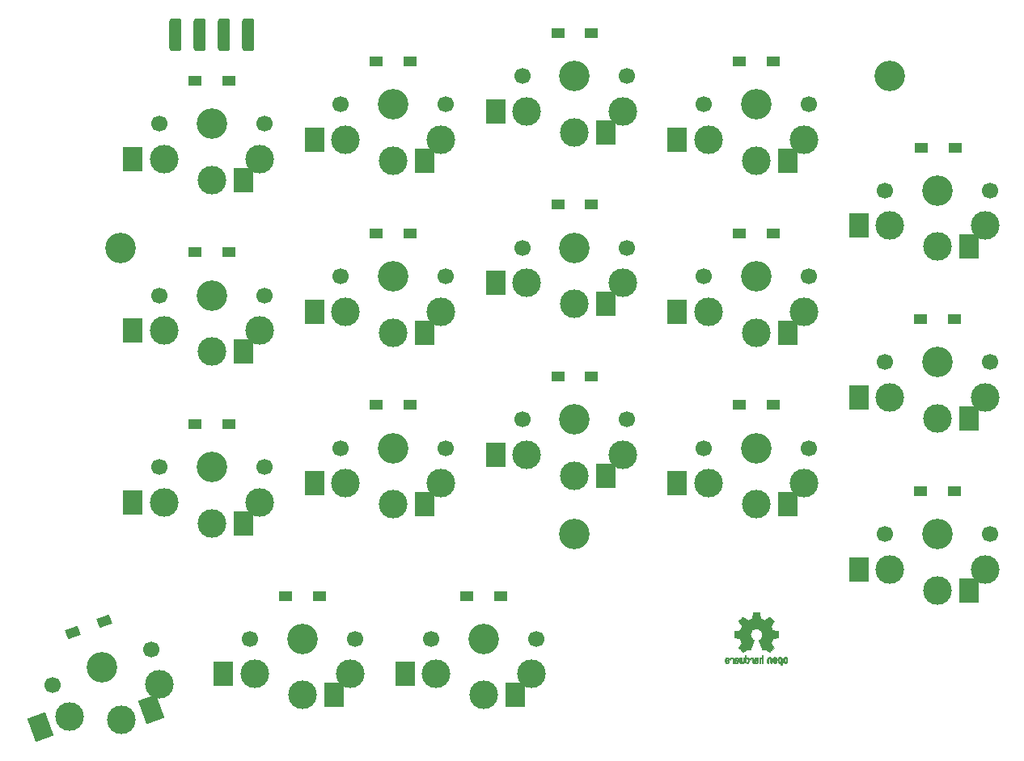
<source format=gbs>
%TF.GenerationSoftware,KiCad,Pcbnew,(7.0.0-0)*%
%TF.CreationDate,2023-03-09T15:59:00+08:00*%
%TF.ProjectId,Input,496e7075-742e-46b6-9963-61645f706362,1*%
%TF.SameCoordinates,PX7bfa480PY6052340*%
%TF.FileFunction,Soldermask,Bot*%
%TF.FilePolarity,Negative*%
%FSLAX46Y46*%
G04 Gerber Fmt 4.6, Leading zero omitted, Abs format (unit mm)*
G04 Created by KiCad (PCBNEW (7.0.0-0)) date 2023-03-09 15:59:00*
%MOMM*%
%LPD*%
G01*
G04 APERTURE LIST*
G04 Aperture macros list*
%AMRoundRect*
0 Rectangle with rounded corners*
0 $1 Rounding radius*
0 $2 $3 $4 $5 $6 $7 $8 $9 X,Y pos of 4 corners*
0 Add a 4 corners polygon primitive as box body*
4,1,4,$2,$3,$4,$5,$6,$7,$8,$9,$2,$3,0*
0 Add four circle primitives for the rounded corners*
1,1,$1+$1,$2,$3*
1,1,$1+$1,$4,$5*
1,1,$1+$1,$6,$7*
1,1,$1+$1,$8,$9*
0 Add four rect primitives between the rounded corners*
20,1,$1+$1,$2,$3,$4,$5,0*
20,1,$1+$1,$4,$5,$6,$7,0*
20,1,$1+$1,$6,$7,$8,$9,0*
20,1,$1+$1,$8,$9,$2,$3,0*%
%AMRotRect*
0 Rectangle, with rotation*
0 The origin of the aperture is its center*
0 $1 length*
0 $2 width*
0 $3 Rotation angle, in degrees counterclockwise*
0 Add horizontal line*
21,1,$1,$2,0,0,$3*%
G04 Aperture macros list end*
%ADD10C,0.010000*%
%ADD11C,3.000000*%
%ADD12C,3.200000*%
%ADD13RoundRect,0.317500X0.317500X1.397000X-0.317500X1.397000X-0.317500X-1.397000X0.317500X-1.397000X0*%
%ADD14C,1.700000*%
%ADD15R,2.000000X2.600000*%
%ADD16R,1.400000X1.000000*%
%ADD17RotRect,2.000000X2.600000X20.000000*%
%ADD18RotRect,1.400000X1.000000X200.000000*%
G04 APERTURE END LIST*
%TO.C,REF\u002A\u002A*%
G36*
X54482829Y-37951097D02*
G01*
X54542753Y-37973355D01*
X54567673Y-37990080D01*
X54592910Y-38014043D01*
X54610912Y-38044526D01*
X54622858Y-38086023D01*
X54629930Y-38143032D01*
X54633308Y-38220047D01*
X54634171Y-38321565D01*
X54634002Y-38374027D01*
X54633153Y-38445715D01*
X54631711Y-38502925D01*
X54629814Y-38540809D01*
X54627597Y-38554514D01*
X54613172Y-38549981D01*
X54584054Y-38537670D01*
X54583181Y-38537272D01*
X54568060Y-38529356D01*
X54557891Y-38518495D01*
X54551691Y-38499471D01*
X54548478Y-38467069D01*
X54547270Y-38416071D01*
X54547086Y-38341261D01*
X54546714Y-38293804D01*
X54542750Y-38204615D01*
X54533673Y-38139287D01*
X54518524Y-38094393D01*
X54496345Y-38066507D01*
X54466175Y-38052203D01*
X54461990Y-38051206D01*
X54405480Y-38050427D01*
X54361410Y-38075744D01*
X54330972Y-38126502D01*
X54325544Y-38141175D01*
X54313171Y-38173649D01*
X54306905Y-38188572D01*
X54294036Y-38186516D01*
X54265933Y-38175357D01*
X54239721Y-38156927D01*
X54227771Y-38122098D01*
X54231336Y-38097151D01*
X54253235Y-38046547D01*
X54288644Y-37999128D01*
X54330052Y-37966334D01*
X54347400Y-37958752D01*
X54413089Y-37946076D01*
X54482829Y-37951097D01*
G37*
D10*
X54482829Y-37951097D02*
X54542753Y-37973355D01*
X54567673Y-37990080D01*
X54592910Y-38014043D01*
X54610912Y-38044526D01*
X54622858Y-38086023D01*
X54629930Y-38143032D01*
X54633308Y-38220047D01*
X54634171Y-38321565D01*
X54634002Y-38374027D01*
X54633153Y-38445715D01*
X54631711Y-38502925D01*
X54629814Y-38540809D01*
X54627597Y-38554514D01*
X54613172Y-38549981D01*
X54584054Y-38537670D01*
X54583181Y-38537272D01*
X54568060Y-38529356D01*
X54557891Y-38518495D01*
X54551691Y-38499471D01*
X54548478Y-38467069D01*
X54547270Y-38416071D01*
X54547086Y-38341261D01*
X54546714Y-38293804D01*
X54542750Y-38204615D01*
X54533673Y-38139287D01*
X54518524Y-38094393D01*
X54496345Y-38066507D01*
X54466175Y-38052203D01*
X54461990Y-38051206D01*
X54405480Y-38050427D01*
X54361410Y-38075744D01*
X54330972Y-38126502D01*
X54325544Y-38141175D01*
X54313171Y-38173649D01*
X54306905Y-38188572D01*
X54294036Y-38186516D01*
X54265933Y-38175357D01*
X54239721Y-38156927D01*
X54227771Y-38122098D01*
X54231336Y-38097151D01*
X54253235Y-38046547D01*
X54288644Y-37999128D01*
X54330052Y-37966334D01*
X54347400Y-37958752D01*
X54413089Y-37946076D01*
X54482829Y-37951097D01*
G36*
X58431020Y-37917822D02*
G01*
X58498810Y-37949680D01*
X58554366Y-38004770D01*
X58565881Y-38022016D01*
X58575432Y-38041562D01*
X58582206Y-38066198D01*
X58586819Y-38100711D01*
X58589888Y-38149889D01*
X58592029Y-38218519D01*
X58593859Y-38311389D01*
X58598404Y-38569007D01*
X58560225Y-38554491D01*
X58525268Y-38541156D01*
X58499097Y-38528323D01*
X58482013Y-38511780D01*
X58472086Y-38486465D01*
X58467386Y-38447316D01*
X58465982Y-38389268D01*
X58465943Y-38307261D01*
X58465744Y-38241895D01*
X58464559Y-38179173D01*
X58461729Y-38136334D01*
X58456609Y-38108220D01*
X58448553Y-38089675D01*
X58436914Y-38075543D01*
X58408303Y-38055600D01*
X58360239Y-38048083D01*
X58312688Y-38067079D01*
X58309550Y-38069511D01*
X58299769Y-38080748D01*
X58292553Y-38098770D01*
X58287299Y-38128026D01*
X58283402Y-38172962D01*
X58280256Y-38238028D01*
X58277257Y-38327670D01*
X58270000Y-38567697D01*
X58208314Y-38540044D01*
X58146629Y-38512391D01*
X58146629Y-38293246D01*
X58146884Y-38233711D01*
X58149086Y-38150892D01*
X58154661Y-38089227D01*
X58164941Y-38043748D01*
X58181258Y-38009484D01*
X58204943Y-37981466D01*
X58237328Y-37954723D01*
X58283907Y-37927780D01*
X58357287Y-37910191D01*
X58431020Y-37917822D01*
G37*
X58431020Y-37917822D02*
X58498810Y-37949680D01*
X58554366Y-38004770D01*
X58565881Y-38022016D01*
X58575432Y-38041562D01*
X58582206Y-38066198D01*
X58586819Y-38100711D01*
X58589888Y-38149889D01*
X58592029Y-38218519D01*
X58593859Y-38311389D01*
X58598404Y-38569007D01*
X58560225Y-38554491D01*
X58525268Y-38541156D01*
X58499097Y-38528323D01*
X58482013Y-38511780D01*
X58472086Y-38486465D01*
X58467386Y-38447316D01*
X58465982Y-38389268D01*
X58465943Y-38307261D01*
X58465744Y-38241895D01*
X58464559Y-38179173D01*
X58461729Y-38136334D01*
X58456609Y-38108220D01*
X58448553Y-38089675D01*
X58436914Y-38075543D01*
X58408303Y-38055600D01*
X58360239Y-38048083D01*
X58312688Y-38067079D01*
X58309550Y-38069511D01*
X58299769Y-38080748D01*
X58292553Y-38098770D01*
X58287299Y-38128026D01*
X58283402Y-38172962D01*
X58280256Y-38238028D01*
X58277257Y-38327670D01*
X58270000Y-38567697D01*
X58208314Y-38540044D01*
X58146629Y-38512391D01*
X58146629Y-38293246D01*
X58146884Y-38233711D01*
X58149086Y-38150892D01*
X58154661Y-38089227D01*
X58164941Y-38043748D01*
X58181258Y-38009484D01*
X58204943Y-37981466D01*
X58237328Y-37954723D01*
X58283907Y-37927780D01*
X58357287Y-37910191D01*
X58431020Y-37917822D01*
G36*
X56607691Y-37966467D02*
G01*
X56612273Y-37969003D01*
X56649704Y-37998057D01*
X56683170Y-38035410D01*
X56689007Y-38043852D01*
X56700165Y-38063553D01*
X56708136Y-38086935D01*
X56713618Y-38119067D01*
X56717307Y-38165019D01*
X56719899Y-38229859D01*
X56722092Y-38318657D01*
X56722402Y-38333669D01*
X56723400Y-38430999D01*
X56721994Y-38499934D01*
X56718164Y-38540948D01*
X56711889Y-38554514D01*
X56692898Y-38550452D01*
X56660638Y-38538144D01*
X56653041Y-38534545D01*
X56641176Y-38526398D01*
X56632994Y-38513004D01*
X56627643Y-38489608D01*
X56624269Y-38451455D01*
X56622019Y-38393790D01*
X56620040Y-38311857D01*
X56619498Y-38287907D01*
X56617403Y-38212266D01*
X56614683Y-38159328D01*
X56610515Y-38124075D01*
X56604079Y-38101487D01*
X56594550Y-38086544D01*
X56581106Y-38074227D01*
X56541305Y-38052634D01*
X56492341Y-38048476D01*
X56448529Y-38064999D01*
X56417008Y-38099210D01*
X56404914Y-38148114D01*
X56404578Y-38161407D01*
X56397972Y-38185472D01*
X56378470Y-38189144D01*
X56340283Y-38174813D01*
X56331438Y-38170217D01*
X56307534Y-38143186D01*
X56307061Y-38102994D01*
X56329836Y-38047409D01*
X56350727Y-38017117D01*
X56404142Y-37974084D01*
X56470074Y-37949755D01*
X56540574Y-37946443D01*
X56607691Y-37966467D01*
G37*
X56607691Y-37966467D02*
X56612273Y-37969003D01*
X56649704Y-37998057D01*
X56683170Y-38035410D01*
X56689007Y-38043852D01*
X56700165Y-38063553D01*
X56708136Y-38086935D01*
X56713618Y-38119067D01*
X56717307Y-38165019D01*
X56719899Y-38229859D01*
X56722092Y-38318657D01*
X56722402Y-38333669D01*
X56723400Y-38430999D01*
X56721994Y-38499934D01*
X56718164Y-38540948D01*
X56711889Y-38554514D01*
X56692898Y-38550452D01*
X56660638Y-38538144D01*
X56653041Y-38534545D01*
X56641176Y-38526398D01*
X56632994Y-38513004D01*
X56627643Y-38489608D01*
X56624269Y-38451455D01*
X56622019Y-38393790D01*
X56620040Y-38311857D01*
X56619498Y-38287907D01*
X56617403Y-38212266D01*
X56614683Y-38159328D01*
X56610515Y-38124075D01*
X56604079Y-38101487D01*
X56594550Y-38086544D01*
X56581106Y-38074227D01*
X56541305Y-38052634D01*
X56492341Y-38048476D01*
X56448529Y-38064999D01*
X56417008Y-38099210D01*
X56404914Y-38148114D01*
X56404578Y-38161407D01*
X56397972Y-38185472D01*
X56378470Y-38189144D01*
X56340283Y-38174813D01*
X56331438Y-38170217D01*
X56307534Y-38143186D01*
X56307061Y-38102994D01*
X56329836Y-38047409D01*
X56350727Y-38017117D01*
X56404142Y-37974084D01*
X56470074Y-37949755D01*
X56540574Y-37946443D01*
X56607691Y-37966467D01*
G36*
X57678543Y-37749444D02*
G01*
X57725714Y-37769342D01*
X57725714Y-38166509D01*
X57725519Y-38269498D01*
X57724998Y-38362141D01*
X57724199Y-38440700D01*
X57723172Y-38501439D01*
X57721963Y-38540623D01*
X57720623Y-38554514D01*
X57720099Y-38554468D01*
X57702287Y-38549420D01*
X57669823Y-38538580D01*
X57624114Y-38522646D01*
X57624114Y-38318173D01*
X57623824Y-38237832D01*
X57622474Y-38179562D01*
X57619369Y-38139909D01*
X57613812Y-38113618D01*
X57605107Y-38095436D01*
X57592556Y-38080107D01*
X57583999Y-38071955D01*
X57537728Y-38049375D01*
X57486728Y-38051375D01*
X57439993Y-38078073D01*
X57433189Y-38084698D01*
X57422293Y-38098456D01*
X57414836Y-38116642D01*
X57410169Y-38144177D01*
X57407642Y-38185981D01*
X57406602Y-38246973D01*
X57406400Y-38332073D01*
X57406303Y-38375234D01*
X57405674Y-38446224D01*
X57404556Y-38503076D01*
X57403063Y-38540828D01*
X57401309Y-38554514D01*
X57400785Y-38554468D01*
X57382973Y-38549420D01*
X57350509Y-38538580D01*
X57304800Y-38522646D01*
X57304823Y-38317237D01*
X57304857Y-38298951D01*
X57306778Y-38203626D01*
X57312678Y-38131543D01*
X57324001Y-38077813D01*
X57342187Y-38037549D01*
X57368679Y-38005861D01*
X57404918Y-37977861D01*
X57440263Y-37960333D01*
X57496773Y-37946785D01*
X57552356Y-37946015D01*
X57595086Y-37959195D01*
X57598298Y-37961015D01*
X57608205Y-37960820D01*
X57614975Y-37945572D01*
X57619861Y-37910613D01*
X57624114Y-37851289D01*
X57631371Y-37729547D01*
X57678543Y-37749444D01*
G37*
X57678543Y-37749444D02*
X57725714Y-37769342D01*
X57725714Y-38166509D01*
X57725519Y-38269498D01*
X57724998Y-38362141D01*
X57724199Y-38440700D01*
X57723172Y-38501439D01*
X57721963Y-38540623D01*
X57720623Y-38554514D01*
X57720099Y-38554468D01*
X57702287Y-38549420D01*
X57669823Y-38538580D01*
X57624114Y-38522646D01*
X57624114Y-38318173D01*
X57623824Y-38237832D01*
X57622474Y-38179562D01*
X57619369Y-38139909D01*
X57613812Y-38113618D01*
X57605107Y-38095436D01*
X57592556Y-38080107D01*
X57583999Y-38071955D01*
X57537728Y-38049375D01*
X57486728Y-38051375D01*
X57439993Y-38078073D01*
X57433189Y-38084698D01*
X57422293Y-38098456D01*
X57414836Y-38116642D01*
X57410169Y-38144177D01*
X57407642Y-38185981D01*
X57406602Y-38246973D01*
X57406400Y-38332073D01*
X57406303Y-38375234D01*
X57405674Y-38446224D01*
X57404556Y-38503076D01*
X57403063Y-38540828D01*
X57401309Y-38554514D01*
X57400785Y-38554468D01*
X57382973Y-38549420D01*
X57350509Y-38538580D01*
X57304800Y-38522646D01*
X57304823Y-38317237D01*
X57304857Y-38298951D01*
X57306778Y-38203626D01*
X57312678Y-38131543D01*
X57324001Y-38077813D01*
X57342187Y-38037549D01*
X57368679Y-38005861D01*
X57404918Y-37977861D01*
X57440263Y-37960333D01*
X57496773Y-37946785D01*
X57552356Y-37946015D01*
X57595086Y-37959195D01*
X57598298Y-37961015D01*
X57608205Y-37960820D01*
X57614975Y-37945572D01*
X57619861Y-37910613D01*
X57624114Y-37851289D01*
X57631371Y-37729547D01*
X57678543Y-37749444D01*
G36*
X55653941Y-37949282D02*
G01*
X55685774Y-37961758D01*
X55722743Y-37978602D01*
X55722743Y-38465196D01*
X55676812Y-38511127D01*
X55666320Y-38521427D01*
X55637255Y-38544320D01*
X55607943Y-38551735D01*
X55564326Y-38548321D01*
X55546568Y-38546114D01*
X55500767Y-38541445D01*
X55468743Y-38539585D01*
X55459244Y-38539869D01*
X55420274Y-38542948D01*
X55373160Y-38548321D01*
X55358085Y-38550168D01*
X55320110Y-38550893D01*
X55292325Y-38539429D01*
X55260674Y-38511127D01*
X55214743Y-38465196D01*
X55214743Y-38205055D01*
X55215101Y-38128180D01*
X55216216Y-38054886D01*
X55217952Y-37996850D01*
X55220167Y-37958663D01*
X55222721Y-37944914D01*
X55223256Y-37944951D01*
X55241808Y-37951793D01*
X55273153Y-37966868D01*
X55315608Y-37988822D01*
X55319604Y-38217240D01*
X55323600Y-38445657D01*
X55410686Y-38445657D01*
X55414657Y-38195286D01*
X55415916Y-38127227D01*
X55417718Y-38054482D01*
X55419671Y-37996730D01*
X55421612Y-37958648D01*
X55423377Y-37944914D01*
X55423885Y-37944962D01*
X55441482Y-37950015D01*
X55473834Y-37960849D01*
X55519543Y-37976783D01*
X55519765Y-38196706D01*
X55519988Y-38234909D01*
X55521531Y-38309146D01*
X55524292Y-38371145D01*
X55527977Y-38415308D01*
X55532292Y-38436041D01*
X55547732Y-38447131D01*
X55579241Y-38450556D01*
X55613886Y-38445657D01*
X55617857Y-38195286D01*
X55619278Y-38131663D01*
X55622225Y-38056356D01*
X55626079Y-37997286D01*
X55630542Y-37958718D01*
X55635317Y-37944914D01*
X55653941Y-37949282D01*
G37*
X55653941Y-37949282D02*
X55685774Y-37961758D01*
X55722743Y-37978602D01*
X55722743Y-38465196D01*
X55676812Y-38511127D01*
X55666320Y-38521427D01*
X55637255Y-38544320D01*
X55607943Y-38551735D01*
X55564326Y-38548321D01*
X55546568Y-38546114D01*
X55500767Y-38541445D01*
X55468743Y-38539585D01*
X55459244Y-38539869D01*
X55420274Y-38542948D01*
X55373160Y-38548321D01*
X55358085Y-38550168D01*
X55320110Y-38550893D01*
X55292325Y-38539429D01*
X55260674Y-38511127D01*
X55214743Y-38465196D01*
X55214743Y-38205055D01*
X55215101Y-38128180D01*
X55216216Y-38054886D01*
X55217952Y-37996850D01*
X55220167Y-37958663D01*
X55222721Y-37944914D01*
X55223256Y-37944951D01*
X55241808Y-37951793D01*
X55273153Y-37966868D01*
X55315608Y-37988822D01*
X55319604Y-38217240D01*
X55323600Y-38445657D01*
X55410686Y-38445657D01*
X55414657Y-38195286D01*
X55415916Y-38127227D01*
X55417718Y-38054482D01*
X55419671Y-37996730D01*
X55421612Y-37958648D01*
X55423377Y-37944914D01*
X55423885Y-37944962D01*
X55441482Y-37950015D01*
X55473834Y-37960849D01*
X55519543Y-37976783D01*
X55519765Y-38196706D01*
X55519988Y-38234909D01*
X55521531Y-38309146D01*
X55524292Y-38371145D01*
X55527977Y-38415308D01*
X55532292Y-38436041D01*
X55547732Y-38447131D01*
X55579241Y-38450556D01*
X55613886Y-38445657D01*
X55617857Y-38195286D01*
X55619278Y-38131663D01*
X55622225Y-38056356D01*
X55626079Y-37997286D01*
X55630542Y-37958718D01*
X55635317Y-37944914D01*
X55653941Y-37949282D01*
G36*
X60265678Y-38230192D02*
G01*
X60265714Y-38235200D01*
X60265701Y-38250935D01*
X60264914Y-38321119D01*
X60262210Y-38370022D01*
X60256606Y-38404178D01*
X60247119Y-38430124D01*
X60232768Y-38454397D01*
X60229237Y-38459433D01*
X60191878Y-38499143D01*
X60149311Y-38529092D01*
X60127452Y-38538810D01*
X60048908Y-38555020D01*
X59971231Y-38544535D01*
X59899645Y-38508707D01*
X59839374Y-38448887D01*
X59834286Y-38440873D01*
X59817730Y-38394342D01*
X59806573Y-38329552D01*
X59801160Y-38254727D01*
X59801768Y-38185513D01*
X59948248Y-38185513D01*
X59949402Y-38281399D01*
X59949866Y-38287569D01*
X59956629Y-38340478D01*
X59968671Y-38374029D01*
X59989005Y-38397016D01*
X60023097Y-38418548D01*
X60056814Y-38419680D01*
X60091543Y-38394857D01*
X60097584Y-38388325D01*
X60109417Y-38368779D01*
X60116404Y-38340386D01*
X60119727Y-38296430D01*
X60120571Y-38230192D01*
X60119125Y-38168150D01*
X60111907Y-38109042D01*
X60097006Y-38071686D01*
X60072636Y-38052152D01*
X60037008Y-38046514D01*
X60023440Y-38047635D01*
X59985430Y-38068194D01*
X59960312Y-38114299D01*
X59948248Y-38185513D01*
X59801768Y-38185513D01*
X59801833Y-38178096D01*
X59808937Y-38107882D01*
X59822815Y-38052312D01*
X59840649Y-38015301D01*
X59890855Y-37957733D01*
X59958885Y-37921962D01*
X60042158Y-37909665D01*
X60064398Y-37910331D01*
X60129891Y-37923947D01*
X60183687Y-37958249D01*
X60233057Y-38017338D01*
X60235995Y-38021722D01*
X60249287Y-38045299D01*
X60257932Y-38071949D01*
X60262904Y-38108159D01*
X60265174Y-38160413D01*
X60265678Y-38230192D01*
G37*
X60265678Y-38230192D02*
X60265714Y-38235200D01*
X60265701Y-38250935D01*
X60264914Y-38321119D01*
X60262210Y-38370022D01*
X60256606Y-38404178D01*
X60247119Y-38430124D01*
X60232768Y-38454397D01*
X60229237Y-38459433D01*
X60191878Y-38499143D01*
X60149311Y-38529092D01*
X60127452Y-38538810D01*
X60048908Y-38555020D01*
X59971231Y-38544535D01*
X59899645Y-38508707D01*
X59839374Y-38448887D01*
X59834286Y-38440873D01*
X59817730Y-38394342D01*
X59806573Y-38329552D01*
X59801160Y-38254727D01*
X59801768Y-38185513D01*
X59948248Y-38185513D01*
X59949402Y-38281399D01*
X59949866Y-38287569D01*
X59956629Y-38340478D01*
X59968671Y-38374029D01*
X59989005Y-38397016D01*
X60023097Y-38418548D01*
X60056814Y-38419680D01*
X60091543Y-38394857D01*
X60097584Y-38388325D01*
X60109417Y-38368779D01*
X60116404Y-38340386D01*
X60119727Y-38296430D01*
X60120571Y-38230192D01*
X60119125Y-38168150D01*
X60111907Y-38109042D01*
X60097006Y-38071686D01*
X60072636Y-38052152D01*
X60037008Y-38046514D01*
X60023440Y-38047635D01*
X59985430Y-38068194D01*
X59960312Y-38114299D01*
X59948248Y-38185513D01*
X59801768Y-38185513D01*
X59801833Y-38178096D01*
X59808937Y-38107882D01*
X59822815Y-38052312D01*
X59840649Y-38015301D01*
X59890855Y-37957733D01*
X59958885Y-37921962D01*
X60042158Y-37909665D01*
X60064398Y-37910331D01*
X60129891Y-37923947D01*
X60183687Y-37958249D01*
X60233057Y-38017338D01*
X60235995Y-38021722D01*
X60249287Y-38045299D01*
X60257932Y-38071949D01*
X60262904Y-38108159D01*
X60265174Y-38160413D01*
X60265678Y-38230192D01*
G36*
X54139628Y-38206247D02*
G01*
X54140590Y-38252622D01*
X54140307Y-38291305D01*
X54136762Y-38367521D01*
X54127483Y-38423294D01*
X54110375Y-38464613D01*
X54083344Y-38497467D01*
X54044292Y-38527846D01*
X54019445Y-38541660D01*
X53979615Y-38550965D01*
X53923665Y-38550230D01*
X53892385Y-38547283D01*
X53854653Y-38538283D01*
X53824494Y-38518720D01*
X53789408Y-38482267D01*
X53784720Y-38476943D01*
X53753177Y-38435969D01*
X53738128Y-38400283D01*
X53734286Y-38357966D01*
X53734286Y-38295779D01*
X53777742Y-38312182D01*
X53809424Y-38331356D01*
X53836962Y-38376347D01*
X53842711Y-38390752D01*
X53874855Y-38431546D01*
X53918611Y-38452081D01*
X53966254Y-38450235D01*
X54010057Y-38423886D01*
X54025111Y-38407455D01*
X54038763Y-38382667D01*
X54034493Y-38360144D01*
X54009916Y-38336964D01*
X53962651Y-38310202D01*
X53890314Y-38276934D01*
X53741543Y-38211816D01*
X53737595Y-38147308D01*
X53739079Y-38106220D01*
X53836010Y-38106220D01*
X53843368Y-38131657D01*
X53876848Y-38158814D01*
X53937614Y-38189714D01*
X53947669Y-38194190D01*
X53995751Y-38215017D01*
X54031726Y-38229665D01*
X54048444Y-38235200D01*
X54050977Y-38231126D01*
X54051993Y-38206247D01*
X54048369Y-38166257D01*
X54039242Y-38127152D01*
X54010773Y-38077884D01*
X53969678Y-38050122D01*
X53920590Y-38046364D01*
X53868144Y-38069109D01*
X53853609Y-38080481D01*
X53836010Y-38106220D01*
X53739079Y-38106220D01*
X53739338Y-38099064D01*
X53761281Y-38038096D01*
X53788979Y-38004497D01*
X53846405Y-37966966D01*
X53914527Y-37948006D01*
X53984947Y-37949507D01*
X54049267Y-37973355D01*
X54063426Y-37982513D01*
X54095904Y-38010849D01*
X54118116Y-38046695D01*
X54131804Y-38095384D01*
X54138715Y-38162249D01*
X54139628Y-38206247D01*
G37*
X54139628Y-38206247D02*
X54140590Y-38252622D01*
X54140307Y-38291305D01*
X54136762Y-38367521D01*
X54127483Y-38423294D01*
X54110375Y-38464613D01*
X54083344Y-38497467D01*
X54044292Y-38527846D01*
X54019445Y-38541660D01*
X53979615Y-38550965D01*
X53923665Y-38550230D01*
X53892385Y-38547283D01*
X53854653Y-38538283D01*
X53824494Y-38518720D01*
X53789408Y-38482267D01*
X53784720Y-38476943D01*
X53753177Y-38435969D01*
X53738128Y-38400283D01*
X53734286Y-38357966D01*
X53734286Y-38295779D01*
X53777742Y-38312182D01*
X53809424Y-38331356D01*
X53836962Y-38376347D01*
X53842711Y-38390752D01*
X53874855Y-38431546D01*
X53918611Y-38452081D01*
X53966254Y-38450235D01*
X54010057Y-38423886D01*
X54025111Y-38407455D01*
X54038763Y-38382667D01*
X54034493Y-38360144D01*
X54009916Y-38336964D01*
X53962651Y-38310202D01*
X53890314Y-38276934D01*
X53741543Y-38211816D01*
X53737595Y-38147308D01*
X53739079Y-38106220D01*
X53836010Y-38106220D01*
X53843368Y-38131657D01*
X53876848Y-38158814D01*
X53937614Y-38189714D01*
X53947669Y-38194190D01*
X53995751Y-38215017D01*
X54031726Y-38229665D01*
X54048444Y-38235200D01*
X54050977Y-38231126D01*
X54051993Y-38206247D01*
X54048369Y-38166257D01*
X54039242Y-38127152D01*
X54010773Y-38077884D01*
X53969678Y-38050122D01*
X53920590Y-38046364D01*
X53868144Y-38069109D01*
X53853609Y-38080481D01*
X53836010Y-38106220D01*
X53739079Y-38106220D01*
X53739338Y-38099064D01*
X53761281Y-38038096D01*
X53788979Y-38004497D01*
X53846405Y-37966966D01*
X53914527Y-37948006D01*
X53984947Y-37949507D01*
X54049267Y-37973355D01*
X54063426Y-37982513D01*
X54095904Y-38010849D01*
X54118116Y-38046695D01*
X54131804Y-38095384D01*
X54138715Y-38162249D01*
X54139628Y-38206247D01*
G36*
X56230542Y-38245647D02*
G01*
X56230698Y-38249714D01*
X56229537Y-38306313D01*
X56221345Y-38383462D01*
X56203519Y-38441276D01*
X56173975Y-38485422D01*
X56130625Y-38521568D01*
X56089332Y-38542463D01*
X56019987Y-38554090D01*
X55950736Y-38541377D01*
X55888145Y-38505945D01*
X55838779Y-38449418D01*
X55832818Y-38438995D01*
X55824945Y-38420733D01*
X55819106Y-38397429D01*
X55814999Y-38365085D01*
X55812325Y-38319704D01*
X55810781Y-38257287D01*
X55810734Y-38251748D01*
X55911429Y-38251748D01*
X55911772Y-38304577D01*
X55913942Y-38352362D01*
X55919307Y-38383209D01*
X55929217Y-38403935D01*
X55945021Y-38421356D01*
X55948724Y-38424705D01*
X55996299Y-38449419D01*
X56046635Y-38446890D01*
X56093517Y-38417288D01*
X56107477Y-38401953D01*
X56119160Y-38381622D01*
X56125686Y-38353514D01*
X56128524Y-38310550D01*
X56129143Y-38245647D01*
X56128837Y-38196122D01*
X56126722Y-38147782D01*
X56121390Y-38116587D01*
X56111460Y-38095647D01*
X56095550Y-38078073D01*
X56086204Y-38070159D01*
X56037776Y-38048843D01*
X55987040Y-38052198D01*
X55942987Y-38080107D01*
X55933504Y-38091173D01*
X55921939Y-38112009D01*
X55915252Y-38141106D01*
X55912173Y-38185381D01*
X55911429Y-38251748D01*
X55810734Y-38251748D01*
X55810067Y-38173837D01*
X55809883Y-38065358D01*
X55809829Y-37728601D01*
X55857000Y-37748362D01*
X55869472Y-37753770D01*
X55889324Y-37765985D01*
X55900687Y-37784482D01*
X55906933Y-37816829D01*
X55911429Y-37870593D01*
X55915535Y-37918866D01*
X55920963Y-37950557D01*
X55928739Y-37962383D01*
X55940457Y-37959212D01*
X55970318Y-37948067D01*
X56023684Y-37945304D01*
X56081093Y-37955625D01*
X56130625Y-37977861D01*
X56157876Y-37998443D01*
X56192865Y-38038600D01*
X56215274Y-38090086D01*
X56227190Y-38158568D01*
X56230542Y-38245647D01*
G37*
X56230542Y-38245647D02*
X56230698Y-38249714D01*
X56229537Y-38306313D01*
X56221345Y-38383462D01*
X56203519Y-38441276D01*
X56173975Y-38485422D01*
X56130625Y-38521568D01*
X56089332Y-38542463D01*
X56019987Y-38554090D01*
X55950736Y-38541377D01*
X55888145Y-38505945D01*
X55838779Y-38449418D01*
X55832818Y-38438995D01*
X55824945Y-38420733D01*
X55819106Y-38397429D01*
X55814999Y-38365085D01*
X55812325Y-38319704D01*
X55810781Y-38257287D01*
X55810734Y-38251748D01*
X55911429Y-38251748D01*
X55911772Y-38304577D01*
X55913942Y-38352362D01*
X55919307Y-38383209D01*
X55929217Y-38403935D01*
X55945021Y-38421356D01*
X55948724Y-38424705D01*
X55996299Y-38449419D01*
X56046635Y-38446890D01*
X56093517Y-38417288D01*
X56107477Y-38401953D01*
X56119160Y-38381622D01*
X56125686Y-38353514D01*
X56128524Y-38310550D01*
X56129143Y-38245647D01*
X56128837Y-38196122D01*
X56126722Y-38147782D01*
X56121390Y-38116587D01*
X56111460Y-38095647D01*
X56095550Y-38078073D01*
X56086204Y-38070159D01*
X56037776Y-38048843D01*
X55987040Y-38052198D01*
X55942987Y-38080107D01*
X55933504Y-38091173D01*
X55921939Y-38112009D01*
X55915252Y-38141106D01*
X55912173Y-38185381D01*
X55911429Y-38251748D01*
X55810734Y-38251748D01*
X55810067Y-38173837D01*
X55809883Y-38065358D01*
X55809829Y-37728601D01*
X55857000Y-37748362D01*
X55869472Y-37753770D01*
X55889324Y-37765985D01*
X55900687Y-37784482D01*
X55906933Y-37816829D01*
X55911429Y-37870593D01*
X55915535Y-37918866D01*
X55920963Y-37950557D01*
X55928739Y-37962383D01*
X55940457Y-37959212D01*
X55970318Y-37948067D01*
X56023684Y-37945304D01*
X56081093Y-37955625D01*
X56130625Y-37977861D01*
X56157876Y-37998443D01*
X56192865Y-38038600D01*
X56215274Y-38090086D01*
X56227190Y-38158568D01*
X56230542Y-38245647D01*
G36*
X59156767Y-38142748D02*
G01*
X59162299Y-38194055D01*
X59157684Y-38304078D01*
X59155078Y-38327387D01*
X59135660Y-38410352D01*
X59100573Y-38473448D01*
X59047212Y-38521808D01*
X59044196Y-38523804D01*
X58976362Y-38552185D01*
X58905535Y-38554711D01*
X58837289Y-38533097D01*
X58777196Y-38489062D01*
X58730829Y-38424322D01*
X58730050Y-38422761D01*
X58714643Y-38382558D01*
X58703357Y-38336866D01*
X58697370Y-38293972D01*
X58697861Y-38262160D01*
X58706007Y-38249714D01*
X58713244Y-38250471D01*
X58747851Y-38264235D01*
X58787078Y-38289546D01*
X58820448Y-38318845D01*
X58837483Y-38344572D01*
X58855192Y-38379471D01*
X58891485Y-38411212D01*
X58933630Y-38423886D01*
X58949077Y-38420221D01*
X58979569Y-38401774D01*
X59006128Y-38376166D01*
X59017486Y-38352934D01*
X59017482Y-38352848D01*
X59004596Y-38342179D01*
X58970241Y-38322933D01*
X58919593Y-38297813D01*
X58857829Y-38269524D01*
X58857489Y-38269374D01*
X58790388Y-38239498D01*
X58745411Y-38217973D01*
X58718145Y-38201437D01*
X58704178Y-38186531D01*
X58699097Y-38169893D01*
X58698490Y-38148162D01*
X58702712Y-38107013D01*
X58846000Y-38107013D01*
X58860791Y-38119949D01*
X58897644Y-38139333D01*
X58898725Y-38139881D01*
X58942205Y-38160587D01*
X58981102Y-38177105D01*
X59005778Y-38184093D01*
X59015676Y-38174753D01*
X59017486Y-38142748D01*
X59009966Y-38102915D01*
X58983897Y-38066717D01*
X58946154Y-38047950D01*
X58904077Y-38049845D01*
X58865005Y-38075632D01*
X58849647Y-38093451D01*
X58846000Y-38107013D01*
X58702712Y-38107013D01*
X58703833Y-38096086D01*
X58730251Y-38025335D01*
X58774473Y-37969735D01*
X58831697Y-37931239D01*
X58897120Y-37911797D01*
X58965937Y-37913359D01*
X59033347Y-37937878D01*
X59094544Y-37987302D01*
X59128450Y-38036212D01*
X59152806Y-38106027D01*
X59156767Y-38142748D01*
G37*
X59156767Y-38142748D02*
X59162299Y-38194055D01*
X59157684Y-38304078D01*
X59155078Y-38327387D01*
X59135660Y-38410352D01*
X59100573Y-38473448D01*
X59047212Y-38521808D01*
X59044196Y-38523804D01*
X58976362Y-38552185D01*
X58905535Y-38554711D01*
X58837289Y-38533097D01*
X58777196Y-38489062D01*
X58730829Y-38424322D01*
X58730050Y-38422761D01*
X58714643Y-38382558D01*
X58703357Y-38336866D01*
X58697370Y-38293972D01*
X58697861Y-38262160D01*
X58706007Y-38249714D01*
X58713244Y-38250471D01*
X58747851Y-38264235D01*
X58787078Y-38289546D01*
X58820448Y-38318845D01*
X58837483Y-38344572D01*
X58855192Y-38379471D01*
X58891485Y-38411212D01*
X58933630Y-38423886D01*
X58949077Y-38420221D01*
X58979569Y-38401774D01*
X59006128Y-38376166D01*
X59017486Y-38352934D01*
X59017482Y-38352848D01*
X59004596Y-38342179D01*
X58970241Y-38322933D01*
X58919593Y-38297813D01*
X58857829Y-38269524D01*
X58857489Y-38269374D01*
X58790388Y-38239498D01*
X58745411Y-38217973D01*
X58718145Y-38201437D01*
X58704178Y-38186531D01*
X58699097Y-38169893D01*
X58698490Y-38148162D01*
X58702712Y-38107013D01*
X58846000Y-38107013D01*
X58860791Y-38119949D01*
X58897644Y-38139333D01*
X58898725Y-38139881D01*
X58942205Y-38160587D01*
X58981102Y-38177105D01*
X59005778Y-38184093D01*
X59015676Y-38174753D01*
X59017486Y-38142748D01*
X59009966Y-38102915D01*
X58983897Y-38066717D01*
X58946154Y-38047950D01*
X58904077Y-38049845D01*
X58865005Y-38075632D01*
X58849647Y-38093451D01*
X58846000Y-38107013D01*
X58702712Y-38107013D01*
X58703833Y-38096086D01*
X58730251Y-38025335D01*
X58774473Y-37969735D01*
X58831697Y-37931239D01*
X58897120Y-37911797D01*
X58965937Y-37913359D01*
X59033347Y-37937878D01*
X59094544Y-37987302D01*
X59128450Y-38036212D01*
X59152806Y-38106027D01*
X59156767Y-38142748D01*
G36*
X57089483Y-37960569D02*
G01*
X57139376Y-37989661D01*
X57161325Y-38012327D01*
X57203504Y-38080082D01*
X57217714Y-38153950D01*
X57217714Y-38204770D01*
X57170999Y-38185128D01*
X57138692Y-38165308D01*
X57113231Y-38124160D01*
X57110616Y-38115675D01*
X57082478Y-38072451D01*
X57040067Y-38049103D01*
X56991370Y-38048100D01*
X56944373Y-38071914D01*
X56937357Y-38078056D01*
X56913893Y-38104745D01*
X56910019Y-38128014D01*
X56927768Y-38150862D01*
X56969179Y-38176287D01*
X57036286Y-38207288D01*
X57040824Y-38209252D01*
X57115322Y-38243990D01*
X57166203Y-38274763D01*
X57197525Y-38305488D01*
X57213343Y-38340082D01*
X57217714Y-38382462D01*
X57211986Y-38429446D01*
X57183062Y-38489585D01*
X57132178Y-38532788D01*
X57095374Y-38545759D01*
X57043434Y-38552856D01*
X56992999Y-38551340D01*
X56956983Y-38540632D01*
X56953158Y-38537966D01*
X56942998Y-38519337D01*
X56950048Y-38486505D01*
X56962297Y-38460735D01*
X56981939Y-38450006D01*
X57019191Y-38450539D01*
X57070908Y-38447462D01*
X57104701Y-38426212D01*
X57116114Y-38386877D01*
X57116104Y-38385747D01*
X57109187Y-38362913D01*
X57085659Y-38341963D01*
X57039914Y-38317815D01*
X56977704Y-38288741D01*
X56936499Y-38272925D01*
X56912712Y-38273944D01*
X56901597Y-38294837D01*
X56898408Y-38338641D01*
X56898400Y-38408393D01*
X56898044Y-38451452D01*
X56896413Y-38504626D01*
X56893761Y-38541022D01*
X56890422Y-38554514D01*
X56889530Y-38554423D01*
X56870237Y-38547110D01*
X56838284Y-38531678D01*
X56794124Y-38508842D01*
X56799371Y-38303078D01*
X56799736Y-38289432D01*
X56803904Y-38193651D01*
X56811268Y-38121462D01*
X56823330Y-38068058D01*
X56841593Y-38028633D01*
X56867560Y-37998380D01*
X56902733Y-37972493D01*
X56903384Y-37972087D01*
X56960256Y-37950968D01*
X57026033Y-37947400D01*
X57089483Y-37960569D01*
G37*
X57089483Y-37960569D02*
X57139376Y-37989661D01*
X57161325Y-38012327D01*
X57203504Y-38080082D01*
X57217714Y-38153950D01*
X57217714Y-38204770D01*
X57170999Y-38185128D01*
X57138692Y-38165308D01*
X57113231Y-38124160D01*
X57110616Y-38115675D01*
X57082478Y-38072451D01*
X57040067Y-38049103D01*
X56991370Y-38048100D01*
X56944373Y-38071914D01*
X56937357Y-38078056D01*
X56913893Y-38104745D01*
X56910019Y-38128014D01*
X56927768Y-38150862D01*
X56969179Y-38176287D01*
X57036286Y-38207288D01*
X57040824Y-38209252D01*
X57115322Y-38243990D01*
X57166203Y-38274763D01*
X57197525Y-38305488D01*
X57213343Y-38340082D01*
X57217714Y-38382462D01*
X57211986Y-38429446D01*
X57183062Y-38489585D01*
X57132178Y-38532788D01*
X57095374Y-38545759D01*
X57043434Y-38552856D01*
X56992999Y-38551340D01*
X56956983Y-38540632D01*
X56953158Y-38537966D01*
X56942998Y-38519337D01*
X56950048Y-38486505D01*
X56962297Y-38460735D01*
X56981939Y-38450006D01*
X57019191Y-38450539D01*
X57070908Y-38447462D01*
X57104701Y-38426212D01*
X57116114Y-38386877D01*
X57116104Y-38385747D01*
X57109187Y-38362913D01*
X57085659Y-38341963D01*
X57039914Y-38317815D01*
X56977704Y-38288741D01*
X56936499Y-38272925D01*
X56912712Y-38273944D01*
X56901597Y-38294837D01*
X56898408Y-38338641D01*
X56898400Y-38408393D01*
X56898044Y-38451452D01*
X56896413Y-38504626D01*
X56893761Y-38541022D01*
X56890422Y-38554514D01*
X56889530Y-38554423D01*
X56870237Y-38547110D01*
X56838284Y-38531678D01*
X56794124Y-38508842D01*
X56799371Y-38303078D01*
X56799736Y-38289432D01*
X56803904Y-38193651D01*
X56811268Y-38121462D01*
X56823330Y-38068058D01*
X56841593Y-38028633D01*
X56867560Y-37998380D01*
X56902733Y-37972493D01*
X56903384Y-37972087D01*
X56960256Y-37950968D01*
X57026033Y-37947400D01*
X57089483Y-37960569D01*
G36*
X59708528Y-38228603D02*
G01*
X59709815Y-38301524D01*
X59711252Y-38413000D01*
X59711651Y-38445339D01*
X59712929Y-38553455D01*
X59713185Y-38636186D01*
X59711634Y-38696426D01*
X59707490Y-38737073D01*
X59699964Y-38761023D01*
X59688271Y-38771171D01*
X59671624Y-38770414D01*
X59649236Y-38761648D01*
X59620321Y-38747769D01*
X59614142Y-38744808D01*
X59588413Y-38730311D01*
X59574976Y-38713065D01*
X59569834Y-38684308D01*
X59568990Y-38635283D01*
X59568952Y-38547257D01*
X59478276Y-38547257D01*
X59422498Y-38544815D01*
X59378640Y-38534908D01*
X59342218Y-38514886D01*
X59339503Y-38512929D01*
X59302546Y-38479869D01*
X59276826Y-38439931D01*
X59260606Y-38387657D01*
X59252148Y-38317588D01*
X59250083Y-38238430D01*
X59394857Y-38238430D01*
X59394882Y-38251697D01*
X59396261Y-38311584D01*
X59400687Y-38350732D01*
X59409461Y-38376153D01*
X59423886Y-38394857D01*
X59424784Y-38395750D01*
X59460237Y-38419952D01*
X59494596Y-38417567D01*
X59533403Y-38388260D01*
X59542895Y-38378244D01*
X59556876Y-38357708D01*
X59564760Y-38330997D01*
X59568245Y-38290499D01*
X59569029Y-38228603D01*
X59568350Y-38191130D01*
X59560983Y-38122980D01*
X59544168Y-38078330D01*
X59516234Y-38053926D01*
X59475509Y-38046514D01*
X59458350Y-38048094D01*
X59428660Y-38063766D01*
X59409031Y-38098691D01*
X59398188Y-38155901D01*
X59394857Y-38238430D01*
X59250083Y-38238430D01*
X59249714Y-38224267D01*
X59250253Y-38156169D01*
X59252707Y-38104587D01*
X59258158Y-38068816D01*
X59267686Y-38042015D01*
X59282371Y-38017338D01*
X59295852Y-37998480D01*
X59344799Y-37947568D01*
X59400256Y-37919918D01*
X59469928Y-37911165D01*
X59549664Y-37919890D01*
X59618595Y-37951185D01*
X59673113Y-38006381D01*
X59677223Y-38012224D01*
X59686808Y-38027753D01*
X59694151Y-38045498D01*
X59699612Y-38069290D01*
X59703550Y-38102958D01*
X59706323Y-38150333D01*
X59708292Y-38215245D01*
X59708528Y-38228603D01*
G37*
X59708528Y-38228603D02*
X59709815Y-38301524D01*
X59711252Y-38413000D01*
X59711651Y-38445339D01*
X59712929Y-38553455D01*
X59713185Y-38636186D01*
X59711634Y-38696426D01*
X59707490Y-38737073D01*
X59699964Y-38761023D01*
X59688271Y-38771171D01*
X59671624Y-38770414D01*
X59649236Y-38761648D01*
X59620321Y-38747769D01*
X59614142Y-38744808D01*
X59588413Y-38730311D01*
X59574976Y-38713065D01*
X59569834Y-38684308D01*
X59568990Y-38635283D01*
X59568952Y-38547257D01*
X59478276Y-38547257D01*
X59422498Y-38544815D01*
X59378640Y-38534908D01*
X59342218Y-38514886D01*
X59339503Y-38512929D01*
X59302546Y-38479869D01*
X59276826Y-38439931D01*
X59260606Y-38387657D01*
X59252148Y-38317588D01*
X59250083Y-38238430D01*
X59394857Y-38238430D01*
X59394882Y-38251697D01*
X59396261Y-38311584D01*
X59400687Y-38350732D01*
X59409461Y-38376153D01*
X59423886Y-38394857D01*
X59424784Y-38395750D01*
X59460237Y-38419952D01*
X59494596Y-38417567D01*
X59533403Y-38388260D01*
X59542895Y-38378244D01*
X59556876Y-38357708D01*
X59564760Y-38330997D01*
X59568245Y-38290499D01*
X59569029Y-38228603D01*
X59568350Y-38191130D01*
X59560983Y-38122980D01*
X59544168Y-38078330D01*
X59516234Y-38053926D01*
X59475509Y-38046514D01*
X59458350Y-38048094D01*
X59428660Y-38063766D01*
X59409031Y-38098691D01*
X59398188Y-38155901D01*
X59394857Y-38238430D01*
X59250083Y-38238430D01*
X59249714Y-38224267D01*
X59250253Y-38156169D01*
X59252707Y-38104587D01*
X59258158Y-38068816D01*
X59267686Y-38042015D01*
X59282371Y-38017338D01*
X59295852Y-37998480D01*
X59344799Y-37947568D01*
X59400256Y-37919918D01*
X59469928Y-37911165D01*
X59549664Y-37919890D01*
X59618595Y-37951185D01*
X59673113Y-38006381D01*
X59677223Y-38012224D01*
X59686808Y-38027753D01*
X59694151Y-38045498D01*
X59699612Y-38069290D01*
X59703550Y-38102958D01*
X59706323Y-38150333D01*
X59708292Y-38215245D01*
X59708528Y-38228603D01*
G36*
X54967495Y-37946220D02*
G01*
X54998599Y-37954121D01*
X55027559Y-37973817D01*
X55064831Y-38010484D01*
X55088801Y-38036378D01*
X55113770Y-38069997D01*
X55125031Y-38101506D01*
X55127657Y-38141485D01*
X55127657Y-38206917D01*
X55083035Y-38183842D01*
X55047673Y-38155724D01*
X55023451Y-38117848D01*
X55019291Y-38107551D01*
X54987594Y-38067637D01*
X54943554Y-38047624D01*
X54895531Y-38049572D01*
X54851886Y-38075543D01*
X54833420Y-38096635D01*
X54822663Y-38123619D01*
X54834178Y-38147634D01*
X54869981Y-38171791D01*
X54932090Y-38199199D01*
X54941515Y-38202985D01*
X54998058Y-38227759D01*
X55046580Y-38252189D01*
X55077451Y-38271486D01*
X55108371Y-38305953D01*
X55128927Y-38360957D01*
X55126744Y-38419983D01*
X55102424Y-38475845D01*
X55056568Y-38521355D01*
X55019438Y-38540727D01*
X54947711Y-38554292D01*
X54907852Y-38552462D01*
X54870953Y-38542568D01*
X54856797Y-38521806D01*
X54862091Y-38487613D01*
X54863631Y-38483092D01*
X54875842Y-38459116D01*
X54896174Y-38450042D01*
X54934908Y-38450649D01*
X54962257Y-38451474D01*
X54994257Y-38444392D01*
X55016182Y-38423219D01*
X55028670Y-38397152D01*
X55030062Y-38369845D01*
X55029998Y-38369685D01*
X55013807Y-38354930D01*
X54979155Y-38333457D01*
X54934321Y-38309458D01*
X54887582Y-38287125D01*
X54847217Y-38270652D01*
X54821504Y-38264229D01*
X54817679Y-38270518D01*
X54812864Y-38300115D01*
X54809566Y-38348447D01*
X54808343Y-38409372D01*
X54808058Y-38451542D01*
X54806718Y-38504653D01*
X54804528Y-38541025D01*
X54801769Y-38554514D01*
X54787344Y-38549981D01*
X54758226Y-38537670D01*
X54721257Y-38520826D01*
X54721257Y-38304721D01*
X54721493Y-38249327D01*
X54723729Y-38165207D01*
X54729423Y-38102800D01*
X54739903Y-38057358D01*
X54756497Y-38024133D01*
X54780531Y-37998378D01*
X54813333Y-37975344D01*
X54855124Y-37956335D01*
X54932287Y-37944914D01*
X54967495Y-37946220D01*
G37*
X54967495Y-37946220D02*
X54998599Y-37954121D01*
X55027559Y-37973817D01*
X55064831Y-38010484D01*
X55088801Y-38036378D01*
X55113770Y-38069997D01*
X55125031Y-38101506D01*
X55127657Y-38141485D01*
X55127657Y-38206917D01*
X55083035Y-38183842D01*
X55047673Y-38155724D01*
X55023451Y-38117848D01*
X55019291Y-38107551D01*
X54987594Y-38067637D01*
X54943554Y-38047624D01*
X54895531Y-38049572D01*
X54851886Y-38075543D01*
X54833420Y-38096635D01*
X54822663Y-38123619D01*
X54834178Y-38147634D01*
X54869981Y-38171791D01*
X54932090Y-38199199D01*
X54941515Y-38202985D01*
X54998058Y-38227759D01*
X55046580Y-38252189D01*
X55077451Y-38271486D01*
X55108371Y-38305953D01*
X55128927Y-38360957D01*
X55126744Y-38419983D01*
X55102424Y-38475845D01*
X55056568Y-38521355D01*
X55019438Y-38540727D01*
X54947711Y-38554292D01*
X54907852Y-38552462D01*
X54870953Y-38542568D01*
X54856797Y-38521806D01*
X54862091Y-38487613D01*
X54863631Y-38483092D01*
X54875842Y-38459116D01*
X54896174Y-38450042D01*
X54934908Y-38450649D01*
X54962257Y-38451474D01*
X54994257Y-38444392D01*
X55016182Y-38423219D01*
X55028670Y-38397152D01*
X55030062Y-38369845D01*
X55029998Y-38369685D01*
X55013807Y-38354930D01*
X54979155Y-38333457D01*
X54934321Y-38309458D01*
X54887582Y-38287125D01*
X54847217Y-38270652D01*
X54821504Y-38264229D01*
X54817679Y-38270518D01*
X54812864Y-38300115D01*
X54809566Y-38348447D01*
X54808343Y-38409372D01*
X54808058Y-38451542D01*
X54806718Y-38504653D01*
X54804528Y-38541025D01*
X54801769Y-38554514D01*
X54787344Y-38549981D01*
X54758226Y-38537670D01*
X54721257Y-38520826D01*
X54721257Y-38304721D01*
X54721493Y-38249327D01*
X54723729Y-38165207D01*
X54729423Y-38102800D01*
X54739903Y-38057358D01*
X54756497Y-38024133D01*
X54780531Y-37998378D01*
X54813333Y-37975344D01*
X54855124Y-37956335D01*
X54932287Y-37944914D01*
X54967495Y-37946220D01*
G36*
X57113933Y-33242371D02*
G01*
X57189856Y-33242865D01*
X57244491Y-33244135D01*
X57281500Y-33246547D01*
X57304547Y-33250467D01*
X57317296Y-33256262D01*
X57323411Y-33264299D01*
X57326556Y-33274943D01*
X57326646Y-33275325D01*
X57331814Y-33300347D01*
X57341209Y-33348681D01*
X57353867Y-33415260D01*
X57368825Y-33495014D01*
X57385119Y-33582875D01*
X57386448Y-33590064D01*
X57402691Y-33675340D01*
X57417805Y-33750242D01*
X57430808Y-33810219D01*
X57440715Y-33850717D01*
X57446544Y-33867184D01*
X57446575Y-33867210D01*
X57464943Y-33876320D01*
X57502640Y-33891457D01*
X57551543Y-33909358D01*
X57554297Y-33910330D01*
X57616817Y-33933959D01*
X57689543Y-33963595D01*
X57757294Y-33993062D01*
X57868703Y-34043626D01*
X58115399Y-33875160D01*
X58132775Y-33863311D01*
X58207202Y-33812947D01*
X58273614Y-33768612D01*
X58328039Y-33732916D01*
X58366506Y-33708471D01*
X58385042Y-33697889D01*
X58397743Y-33700315D01*
X58426579Y-33719110D01*
X58471143Y-33756330D01*
X58532670Y-33813020D01*
X58612398Y-33890227D01*
X58619532Y-33897255D01*
X58682796Y-33960222D01*
X58738990Y-34017268D01*
X58784677Y-34064817D01*
X58816414Y-34099297D01*
X58830764Y-34117131D01*
X58830810Y-34117217D01*
X58832633Y-34130795D01*
X58825910Y-34152820D01*
X58808946Y-34186304D01*
X58780044Y-34234261D01*
X58737508Y-34299704D01*
X58679644Y-34385645D01*
X58669783Y-34400151D01*
X58619913Y-34473635D01*
X58575905Y-34538687D01*
X58540380Y-34591417D01*
X58515959Y-34627936D01*
X58505264Y-34644356D01*
X58504458Y-34647834D01*
X58509518Y-34673785D01*
X58524677Y-34716159D01*
X58547463Y-34767728D01*
X58578429Y-34835170D01*
X58613004Y-34915195D01*
X58642366Y-34987629D01*
X58649645Y-35006377D01*
X58668710Y-35054246D01*
X58682715Y-35087596D01*
X58689041Y-35100114D01*
X58696025Y-35101050D01*
X58727413Y-35106461D01*
X58778787Y-35115806D01*
X58844802Y-35128069D01*
X58920113Y-35142232D01*
X58999375Y-35157280D01*
X59077243Y-35172195D01*
X59148370Y-35185961D01*
X59207412Y-35197562D01*
X59249022Y-35205980D01*
X59267857Y-35210199D01*
X59270980Y-35211389D01*
X59278591Y-35217805D01*
X59284254Y-35231465D01*
X59288251Y-35255999D01*
X59290866Y-35295038D01*
X59292384Y-35352213D01*
X59293086Y-35431154D01*
X59293257Y-35535492D01*
X59293257Y-35852799D01*
X59217057Y-35867839D01*
X59207840Y-35869642D01*
X59158891Y-35878980D01*
X59091205Y-35891669D01*
X59012478Y-35906273D01*
X58930400Y-35921355D01*
X58898078Y-35927422D01*
X58825855Y-35942181D01*
X58765666Y-35956137D01*
X58723040Y-35967952D01*
X58703510Y-35976287D01*
X58694660Y-35989905D01*
X58678548Y-36025938D01*
X58662065Y-36072572D01*
X58656263Y-36090034D01*
X58634906Y-36147358D01*
X58607359Y-36215201D01*
X58578107Y-36282355D01*
X58562463Y-36317430D01*
X58540174Y-36369822D01*
X58524857Y-36409058D01*
X58519162Y-36428563D01*
X58519478Y-36430036D01*
X58530281Y-36450729D01*
X58554638Y-36490665D01*
X58590081Y-36545972D01*
X58634136Y-36612781D01*
X58684332Y-36687220D01*
X58849501Y-36929623D01*
X58632503Y-37146983D01*
X58611516Y-37167899D01*
X58547342Y-37230505D01*
X58489990Y-37284495D01*
X58442820Y-37326826D01*
X58409192Y-37354457D01*
X58392467Y-37364343D01*
X58374303Y-37356821D01*
X58336265Y-37335227D01*
X58282726Y-37302151D01*
X58217884Y-37260191D01*
X58145940Y-37211943D01*
X58075275Y-37164291D01*
X58011526Y-37122328D01*
X57959513Y-37089165D01*
X57923279Y-37067378D01*
X57906867Y-37059543D01*
X57905905Y-37059614D01*
X57884103Y-37067338D01*
X57845440Y-37085323D01*
X57797612Y-37110013D01*
X57797110Y-37110284D01*
X57733587Y-37142099D01*
X57690060Y-37157642D01*
X57663052Y-37157685D01*
X57649090Y-37143000D01*
X57643180Y-37128544D01*
X57627229Y-37089831D01*
X57602660Y-37030316D01*
X57570779Y-36953165D01*
X57532893Y-36861541D01*
X57490310Y-36758607D01*
X57444337Y-36647526D01*
X57402667Y-36546472D01*
X57360268Y-36442780D01*
X57322756Y-36350119D01*
X57291388Y-36271642D01*
X57267425Y-36210500D01*
X57252123Y-36169843D01*
X57246743Y-36152825D01*
X57257018Y-36137219D01*
X57285563Y-36111162D01*
X57325971Y-36080887D01*
X57422979Y-36001684D01*
X57509793Y-35900475D01*
X57573322Y-35789116D01*
X57613177Y-35670893D01*
X57628965Y-35549095D01*
X57620296Y-35427010D01*
X57586778Y-35307925D01*
X57528021Y-35195129D01*
X57443632Y-35091911D01*
X57399631Y-35051713D01*
X57294211Y-34980638D01*
X57181410Y-34934301D01*
X57064525Y-34911599D01*
X56946853Y-34911428D01*
X56831690Y-34932687D01*
X56722335Y-34974270D01*
X56622083Y-35035076D01*
X56534233Y-35114001D01*
X56462080Y-35209941D01*
X56408922Y-35321795D01*
X56378057Y-35448457D01*
X56372392Y-35509507D01*
X56380185Y-35641776D01*
X56415284Y-35767266D01*
X56476649Y-35883759D01*
X56563243Y-35989039D01*
X56674029Y-36080887D01*
X56712931Y-36109930D01*
X56742104Y-36136272D01*
X56753257Y-36152800D01*
X56748810Y-36167209D01*
X56734378Y-36205815D01*
X56711173Y-36265201D01*
X56680452Y-36342215D01*
X56643474Y-36433703D01*
X56601496Y-36536516D01*
X56555778Y-36647502D01*
X56514178Y-36748072D01*
X56471222Y-36851947D01*
X56432829Y-36944819D01*
X56400305Y-37023525D01*
X56374958Y-37084899D01*
X56358095Y-37125779D01*
X56351025Y-37143000D01*
X56350943Y-37143204D01*
X56336798Y-37157745D01*
X56309659Y-37157579D01*
X56266023Y-37141927D01*
X56202388Y-37110013D01*
X56197379Y-37107326D01*
X56150125Y-37083150D01*
X56112811Y-37066037D01*
X56093133Y-37059543D01*
X56077005Y-37067218D01*
X56040959Y-37088871D01*
X55989092Y-37121928D01*
X55925445Y-37163810D01*
X55854060Y-37211943D01*
X55783724Y-37259131D01*
X55718670Y-37301267D01*
X55664820Y-37334578D01*
X55626374Y-37356469D01*
X55607534Y-37364343D01*
X55604325Y-37363343D01*
X55581954Y-37347584D01*
X55543733Y-37315033D01*
X55493021Y-37268733D01*
X55433181Y-37211726D01*
X55367571Y-37147058D01*
X55150648Y-36929772D01*
X55319601Y-36681253D01*
X55488553Y-36432733D01*
X55437183Y-36321595D01*
X55437031Y-36321266D01*
X55406183Y-36250418D01*
X55374661Y-36171523D01*
X55349266Y-36101600D01*
X55345423Y-36090322D01*
X55326047Y-36037967D01*
X55308574Y-35997283D01*
X55296388Y-35976287D01*
X55291426Y-35973322D01*
X55261634Y-35963375D01*
X55211047Y-35950505D01*
X55145194Y-35936053D01*
X55069600Y-35921355D01*
X55046957Y-35917210D01*
X54965038Y-35902116D01*
X54888600Y-35887899D01*
X54825337Y-35875995D01*
X54782943Y-35867839D01*
X54706743Y-35852799D01*
X54706743Y-35535492D01*
X54706760Y-35496476D01*
X54707082Y-35401292D01*
X54708033Y-35330255D01*
X54709896Y-35279734D01*
X54712955Y-35246098D01*
X54717494Y-35225718D01*
X54723795Y-35214962D01*
X54732143Y-35210199D01*
X54740224Y-35208270D01*
X54773172Y-35201445D01*
X54825736Y-35191022D01*
X54892569Y-35178018D01*
X54968328Y-35163449D01*
X55047665Y-35148333D01*
X55125237Y-35133685D01*
X55195698Y-35120523D01*
X55253702Y-35109863D01*
X55293904Y-35102721D01*
X55310959Y-35100114D01*
X55312112Y-35098541D01*
X55321385Y-35078119D01*
X55337432Y-35039045D01*
X55357635Y-34987629D01*
X55385672Y-34918353D01*
X55420186Y-34838290D01*
X55452538Y-34767728D01*
X55459952Y-34751889D01*
X55480755Y-34702293D01*
X55493219Y-34664038D01*
X55494863Y-34644356D01*
X55494015Y-34642962D01*
X55480548Y-34622420D01*
X55453850Y-34582516D01*
X55416539Y-34527140D01*
X55371234Y-34460177D01*
X55320552Y-34385517D01*
X55263445Y-34300692D01*
X55220607Y-34234800D01*
X55191460Y-34186478D01*
X55174317Y-34152733D01*
X55167495Y-34130572D01*
X55169306Y-34117002D01*
X55169915Y-34115984D01*
X55186297Y-34096210D01*
X55219695Y-34060175D01*
X55266671Y-34011451D01*
X55323786Y-33953612D01*
X55387603Y-33890227D01*
X55453802Y-33825905D01*
X55518648Y-33765447D01*
X55566299Y-33724655D01*
X55597990Y-33702484D01*
X55614958Y-33697889D01*
X55617175Y-33698921D01*
X55640524Y-33712837D01*
X55682912Y-33740030D01*
X55740369Y-33777889D01*
X55808923Y-33823803D01*
X55884601Y-33875160D01*
X56131298Y-34043626D01*
X56242706Y-33993062D01*
X56245943Y-33991597D01*
X56314343Y-33961965D01*
X56386907Y-33932493D01*
X56448457Y-33909358D01*
X56448729Y-33909262D01*
X56497595Y-33891367D01*
X56535212Y-33876253D01*
X56553457Y-33867184D01*
X56553752Y-33866855D01*
X56559946Y-33848282D01*
X56570139Y-33806045D01*
X56583348Y-33744696D01*
X56598590Y-33668789D01*
X56614881Y-33582875D01*
X56615449Y-33579796D01*
X56631713Y-33492128D01*
X56646608Y-33412741D01*
X56659171Y-33346701D01*
X56668438Y-33299079D01*
X56673444Y-33274943D01*
X56673764Y-33273605D01*
X56677060Y-33263273D01*
X56683738Y-33255506D01*
X56697462Y-33249940D01*
X56721895Y-33246207D01*
X56760702Y-33243942D01*
X56817546Y-33242778D01*
X56896090Y-33242348D01*
X57000000Y-33242286D01*
X57013056Y-33242286D01*
X57113933Y-33242371D01*
G37*
X57113933Y-33242371D02*
X57189856Y-33242865D01*
X57244491Y-33244135D01*
X57281500Y-33246547D01*
X57304547Y-33250467D01*
X57317296Y-33256262D01*
X57323411Y-33264299D01*
X57326556Y-33274943D01*
X57326646Y-33275325D01*
X57331814Y-33300347D01*
X57341209Y-33348681D01*
X57353867Y-33415260D01*
X57368825Y-33495014D01*
X57385119Y-33582875D01*
X57386448Y-33590064D01*
X57402691Y-33675340D01*
X57417805Y-33750242D01*
X57430808Y-33810219D01*
X57440715Y-33850717D01*
X57446544Y-33867184D01*
X57446575Y-33867210D01*
X57464943Y-33876320D01*
X57502640Y-33891457D01*
X57551543Y-33909358D01*
X57554297Y-33910330D01*
X57616817Y-33933959D01*
X57689543Y-33963595D01*
X57757294Y-33993062D01*
X57868703Y-34043626D01*
X58115399Y-33875160D01*
X58132775Y-33863311D01*
X58207202Y-33812947D01*
X58273614Y-33768612D01*
X58328039Y-33732916D01*
X58366506Y-33708471D01*
X58385042Y-33697889D01*
X58397743Y-33700315D01*
X58426579Y-33719110D01*
X58471143Y-33756330D01*
X58532670Y-33813020D01*
X58612398Y-33890227D01*
X58619532Y-33897255D01*
X58682796Y-33960222D01*
X58738990Y-34017268D01*
X58784677Y-34064817D01*
X58816414Y-34099297D01*
X58830764Y-34117131D01*
X58830810Y-34117217D01*
X58832633Y-34130795D01*
X58825910Y-34152820D01*
X58808946Y-34186304D01*
X58780044Y-34234261D01*
X58737508Y-34299704D01*
X58679644Y-34385645D01*
X58669783Y-34400151D01*
X58619913Y-34473635D01*
X58575905Y-34538687D01*
X58540380Y-34591417D01*
X58515959Y-34627936D01*
X58505264Y-34644356D01*
X58504458Y-34647834D01*
X58509518Y-34673785D01*
X58524677Y-34716159D01*
X58547463Y-34767728D01*
X58578429Y-34835170D01*
X58613004Y-34915195D01*
X58642366Y-34987629D01*
X58649645Y-35006377D01*
X58668710Y-35054246D01*
X58682715Y-35087596D01*
X58689041Y-35100114D01*
X58696025Y-35101050D01*
X58727413Y-35106461D01*
X58778787Y-35115806D01*
X58844802Y-35128069D01*
X58920113Y-35142232D01*
X58999375Y-35157280D01*
X59077243Y-35172195D01*
X59148370Y-35185961D01*
X59207412Y-35197562D01*
X59249022Y-35205980D01*
X59267857Y-35210199D01*
X59270980Y-35211389D01*
X59278591Y-35217805D01*
X59284254Y-35231465D01*
X59288251Y-35255999D01*
X59290866Y-35295038D01*
X59292384Y-35352213D01*
X59293086Y-35431154D01*
X59293257Y-35535492D01*
X59293257Y-35852799D01*
X59217057Y-35867839D01*
X59207840Y-35869642D01*
X59158891Y-35878980D01*
X59091205Y-35891669D01*
X59012478Y-35906273D01*
X58930400Y-35921355D01*
X58898078Y-35927422D01*
X58825855Y-35942181D01*
X58765666Y-35956137D01*
X58723040Y-35967952D01*
X58703510Y-35976287D01*
X58694660Y-35989905D01*
X58678548Y-36025938D01*
X58662065Y-36072572D01*
X58656263Y-36090034D01*
X58634906Y-36147358D01*
X58607359Y-36215201D01*
X58578107Y-36282355D01*
X58562463Y-36317430D01*
X58540174Y-36369822D01*
X58524857Y-36409058D01*
X58519162Y-36428563D01*
X58519478Y-36430036D01*
X58530281Y-36450729D01*
X58554638Y-36490665D01*
X58590081Y-36545972D01*
X58634136Y-36612781D01*
X58684332Y-36687220D01*
X58849501Y-36929623D01*
X58632503Y-37146983D01*
X58611516Y-37167899D01*
X58547342Y-37230505D01*
X58489990Y-37284495D01*
X58442820Y-37326826D01*
X58409192Y-37354457D01*
X58392467Y-37364343D01*
X58374303Y-37356821D01*
X58336265Y-37335227D01*
X58282726Y-37302151D01*
X58217884Y-37260191D01*
X58145940Y-37211943D01*
X58075275Y-37164291D01*
X58011526Y-37122328D01*
X57959513Y-37089165D01*
X57923279Y-37067378D01*
X57906867Y-37059543D01*
X57905905Y-37059614D01*
X57884103Y-37067338D01*
X57845440Y-37085323D01*
X57797612Y-37110013D01*
X57797110Y-37110284D01*
X57733587Y-37142099D01*
X57690060Y-37157642D01*
X57663052Y-37157685D01*
X57649090Y-37143000D01*
X57643180Y-37128544D01*
X57627229Y-37089831D01*
X57602660Y-37030316D01*
X57570779Y-36953165D01*
X57532893Y-36861541D01*
X57490310Y-36758607D01*
X57444337Y-36647526D01*
X57402667Y-36546472D01*
X57360268Y-36442780D01*
X57322756Y-36350119D01*
X57291388Y-36271642D01*
X57267425Y-36210500D01*
X57252123Y-36169843D01*
X57246743Y-36152825D01*
X57257018Y-36137219D01*
X57285563Y-36111162D01*
X57325971Y-36080887D01*
X57422979Y-36001684D01*
X57509793Y-35900475D01*
X57573322Y-35789116D01*
X57613177Y-35670893D01*
X57628965Y-35549095D01*
X57620296Y-35427010D01*
X57586778Y-35307925D01*
X57528021Y-35195129D01*
X57443632Y-35091911D01*
X57399631Y-35051713D01*
X57294211Y-34980638D01*
X57181410Y-34934301D01*
X57064525Y-34911599D01*
X56946853Y-34911428D01*
X56831690Y-34932687D01*
X56722335Y-34974270D01*
X56622083Y-35035076D01*
X56534233Y-35114001D01*
X56462080Y-35209941D01*
X56408922Y-35321795D01*
X56378057Y-35448457D01*
X56372392Y-35509507D01*
X56380185Y-35641776D01*
X56415284Y-35767266D01*
X56476649Y-35883759D01*
X56563243Y-35989039D01*
X56674029Y-36080887D01*
X56712931Y-36109930D01*
X56742104Y-36136272D01*
X56753257Y-36152800D01*
X56748810Y-36167209D01*
X56734378Y-36205815D01*
X56711173Y-36265201D01*
X56680452Y-36342215D01*
X56643474Y-36433703D01*
X56601496Y-36536516D01*
X56555778Y-36647502D01*
X56514178Y-36748072D01*
X56471222Y-36851947D01*
X56432829Y-36944819D01*
X56400305Y-37023525D01*
X56374958Y-37084899D01*
X56358095Y-37125779D01*
X56351025Y-37143000D01*
X56350943Y-37143204D01*
X56336798Y-37157745D01*
X56309659Y-37157579D01*
X56266023Y-37141927D01*
X56202388Y-37110013D01*
X56197379Y-37107326D01*
X56150125Y-37083150D01*
X56112811Y-37066037D01*
X56093133Y-37059543D01*
X56077005Y-37067218D01*
X56040959Y-37088871D01*
X55989092Y-37121928D01*
X55925445Y-37163810D01*
X55854060Y-37211943D01*
X55783724Y-37259131D01*
X55718670Y-37301267D01*
X55664820Y-37334578D01*
X55626374Y-37356469D01*
X55607534Y-37364343D01*
X55604325Y-37363343D01*
X55581954Y-37347584D01*
X55543733Y-37315033D01*
X55493021Y-37268733D01*
X55433181Y-37211726D01*
X55367571Y-37147058D01*
X55150648Y-36929772D01*
X55319601Y-36681253D01*
X55488553Y-36432733D01*
X55437183Y-36321595D01*
X55437031Y-36321266D01*
X55406183Y-36250418D01*
X55374661Y-36171523D01*
X55349266Y-36101600D01*
X55345423Y-36090322D01*
X55326047Y-36037967D01*
X55308574Y-35997283D01*
X55296388Y-35976287D01*
X55291426Y-35973322D01*
X55261634Y-35963375D01*
X55211047Y-35950505D01*
X55145194Y-35936053D01*
X55069600Y-35921355D01*
X55046957Y-35917210D01*
X54965038Y-35902116D01*
X54888600Y-35887899D01*
X54825337Y-35875995D01*
X54782943Y-35867839D01*
X54706743Y-35852799D01*
X54706743Y-35535492D01*
X54706760Y-35496476D01*
X54707082Y-35401292D01*
X54708033Y-35330255D01*
X54709896Y-35279734D01*
X54712955Y-35246098D01*
X54717494Y-35225718D01*
X54723795Y-35214962D01*
X54732143Y-35210199D01*
X54740224Y-35208270D01*
X54773172Y-35201445D01*
X54825736Y-35191022D01*
X54892569Y-35178018D01*
X54968328Y-35163449D01*
X55047665Y-35148333D01*
X55125237Y-35133685D01*
X55195698Y-35120523D01*
X55253702Y-35109863D01*
X55293904Y-35102721D01*
X55310959Y-35100114D01*
X55312112Y-35098541D01*
X55321385Y-35078119D01*
X55337432Y-35039045D01*
X55357635Y-34987629D01*
X55385672Y-34918353D01*
X55420186Y-34838290D01*
X55452538Y-34767728D01*
X55459952Y-34751889D01*
X55480755Y-34702293D01*
X55493219Y-34664038D01*
X55494863Y-34644356D01*
X55494015Y-34642962D01*
X55480548Y-34622420D01*
X55453850Y-34582516D01*
X55416539Y-34527140D01*
X55371234Y-34460177D01*
X55320552Y-34385517D01*
X55263445Y-34300692D01*
X55220607Y-34234800D01*
X55191460Y-34186478D01*
X55174317Y-34152733D01*
X55167495Y-34130572D01*
X55169306Y-34117002D01*
X55169915Y-34115984D01*
X55186297Y-34096210D01*
X55219695Y-34060175D01*
X55266671Y-34011451D01*
X55323786Y-33953612D01*
X55387603Y-33890227D01*
X55453802Y-33825905D01*
X55518648Y-33765447D01*
X55566299Y-33724655D01*
X55597990Y-33702484D01*
X55614958Y-33697889D01*
X55617175Y-33698921D01*
X55640524Y-33712837D01*
X55682912Y-33740030D01*
X55740369Y-33777889D01*
X55808923Y-33823803D01*
X55884601Y-33875160D01*
X56131298Y-34043626D01*
X56242706Y-33993062D01*
X56245943Y-33991597D01*
X56314343Y-33961965D01*
X56386907Y-33932493D01*
X56448457Y-33909358D01*
X56448729Y-33909262D01*
X56497595Y-33891367D01*
X56535212Y-33876253D01*
X56553457Y-33867184D01*
X56553752Y-33866855D01*
X56559946Y-33848282D01*
X56570139Y-33806045D01*
X56583348Y-33744696D01*
X56598590Y-33668789D01*
X56614881Y-33582875D01*
X56615449Y-33579796D01*
X56631713Y-33492128D01*
X56646608Y-33412741D01*
X56659171Y-33346701D01*
X56668438Y-33299079D01*
X56673444Y-33274943D01*
X56673764Y-33273605D01*
X56677060Y-33263273D01*
X56683738Y-33255506D01*
X56697462Y-33249940D01*
X56721895Y-33246207D01*
X56760702Y-33243942D01*
X56817546Y-33242778D01*
X56896090Y-33242348D01*
X57000000Y-33242286D01*
X57013056Y-33242286D01*
X57113933Y-33242371D01*
%TD*%
D11*
%TO.C,SW17*%
X24000000Y16300000D03*
%TD*%
D12*
%TO.C,H1*%
X38000000Y-25000000D03*
%TD*%
D11*
%TO.C,SW29*%
X24000000Y-1700000D03*
%TD*%
%TO.C,SW15*%
X62000000Y16300000D03*
%TD*%
%TO.C,SW26*%
X81000000Y-10700000D03*
%TD*%
%TO.C,SW38*%
X81000000Y-28700000D03*
%TD*%
%TO.C,SW27*%
X62000000Y-1700000D03*
%TD*%
%TO.C,SW52*%
X33500000Y-39700000D03*
%TD*%
%TO.C,SW28*%
X43000000Y1300000D03*
%TD*%
%TO.C,SW42*%
X5000000Y-21700000D03*
%TD*%
%TO.C,SW14*%
X81000000Y7300000D03*
%TD*%
%TO.C,SW30*%
X5000000Y-3700000D03*
%TD*%
D12*
%TO.C,H3*%
X71000000Y23000000D03*
%TD*%
D13*
%TO.C,J1*%
X-3810000Y27349000D03*
X-1270000Y27349000D03*
X1270000Y27349000D03*
X3810000Y27349000D03*
%TD*%
D11*
%TO.C,SW53*%
X14499996Y-39700000D03*
%TD*%
D12*
%TO.C,H4*%
X-9500000Y5000000D03*
%TD*%
D11*
%TO.C,SW18*%
X5000000Y14300000D03*
%TD*%
%TO.C,SW40*%
X43000000Y-16700000D03*
%TD*%
%TO.C,SW41*%
X24000000Y-19700000D03*
%TD*%
%TO.C,SW39*%
X62000000Y-19700000D03*
%TD*%
%TO.C,SW16*%
X43000000Y19300000D03*
%TD*%
%TO.C,SW54*%
X-5506062Y-40730762D03*
%TD*%
D14*
%TO.C,SW20*%
X24500000Y20000000D03*
D11*
X19000000Y14100000D03*
D12*
X19000000Y20000000D03*
D11*
X14000000Y16300000D03*
D14*
X13500000Y20000000D03*
D15*
X10744999Y16299999D03*
X22301999Y14099999D03*
%TD*%
D16*
%TO.C,D47*%
X77774999Y-20499999D03*
X74224999Y-20499999D03*
%TD*%
%TO.C,D32*%
X20774999Y6524999D03*
X17224999Y6524999D03*
%TD*%
D14*
%TO.C,SW22*%
X62500000Y20000000D03*
D11*
X57000000Y14100000D03*
D12*
X57000000Y20000000D03*
D11*
X52000000Y16300000D03*
D14*
X51500000Y20000000D03*
D15*
X48744999Y16299999D03*
X60301999Y14099999D03*
%TD*%
D16*
%TO.C,D21*%
X39774999Y27499999D03*
X36224999Y27499999D03*
%TD*%
%TO.C,D56*%
X11274999Y-31499999D03*
X7724999Y-31499999D03*
%TD*%
%TO.C,D57*%
X30274983Y-31499999D03*
X26724983Y-31499999D03*
%TD*%
D14*
%TO.C,SW44*%
X24500000Y-16000000D03*
D11*
X19000000Y-21900000D03*
D12*
X19000000Y-16000000D03*
D11*
X14000000Y-19700000D03*
D14*
X13500000Y-16000000D03*
D15*
X10744999Y-19699999D03*
X22301999Y-21899999D03*
%TD*%
D16*
%TO.C,D23*%
X77824999Y15499999D03*
X74274999Y15499999D03*
%TD*%
D14*
%TO.C,SW34*%
X62500000Y2000000D03*
D11*
X57000000Y-3900000D03*
D12*
X57000000Y2000000D03*
D11*
X52000000Y-1700000D03*
D14*
X51500000Y2000000D03*
D15*
X48744999Y-1699999D03*
X60301999Y-3899999D03*
%TD*%
D16*
%TO.C,D31*%
X1774997Y4499996D03*
X-1775001Y4499996D03*
%TD*%
D17*
%TO.C,SW55*%
X-6349215Y-43378835D03*
X-17961687Y-45264238D03*
D14*
X-16638309Y-40845111D03*
D11*
X-14902989Y-44150963D03*
D12*
X-11470000Y-38964000D03*
D11*
X-9452081Y-44508186D03*
D14*
X-6301691Y-37082889D03*
%TD*%
D16*
%TO.C,D46*%
X58774999Y-11499999D03*
X55224999Y-11499999D03*
%TD*%
D14*
%TO.C,SW21*%
X43500000Y23000000D03*
D11*
X38000000Y17100000D03*
D12*
X38000000Y23000000D03*
D11*
X33000000Y19300000D03*
D14*
X32500000Y23000000D03*
D15*
X29744999Y19299999D03*
X41301999Y17099999D03*
%TD*%
D14*
%TO.C,SW19*%
X5500000Y18000000D03*
D11*
X0Y12100000D03*
D12*
X0Y18000000D03*
D11*
X-5000000Y14300000D03*
D14*
X-5500000Y18000000D03*
D15*
X-8254999Y14299999D03*
X3301999Y12099999D03*
%TD*%
D16*
%TO.C,D44*%
X20774999Y-11499999D03*
X17224999Y-11499999D03*
%TD*%
D14*
%TO.C,SW45*%
X43500000Y-13000000D03*
D11*
X38000000Y-18900000D03*
D12*
X38000000Y-13000000D03*
D11*
X33000000Y-16700000D03*
D14*
X32500000Y-13000000D03*
D15*
X29744999Y-16699999D03*
X41301999Y-18899999D03*
%TD*%
D16*
%TO.C,D35*%
X77774999Y-2499999D03*
X74224999Y-2499999D03*
%TD*%
%TO.C,D43*%
X1774997Y-13500002D03*
X-1775001Y-13500002D03*
%TD*%
D14*
%TO.C,SW33*%
X43500000Y5000000D03*
D11*
X38000000Y-900000D03*
D12*
X38000000Y5000000D03*
D11*
X33000000Y1300000D03*
D14*
X32500000Y5000000D03*
D15*
X29744999Y1299999D03*
X41301999Y-899999D03*
%TD*%
D14*
%TO.C,SW47*%
X81500000Y-25000000D03*
D11*
X76000000Y-30900000D03*
D12*
X76000000Y-25000000D03*
D11*
X71000000Y-28700000D03*
D14*
X70500000Y-25000000D03*
D15*
X67744999Y-28699999D03*
X79301999Y-30899999D03*
%TD*%
D16*
%TO.C,D19*%
X1774999Y22499999D03*
X-1774999Y22499999D03*
%TD*%
D14*
%TO.C,SW32*%
X24500000Y2000000D03*
D11*
X19000000Y-3900000D03*
D12*
X19000000Y2000000D03*
D11*
X14000000Y-1700000D03*
D14*
X13500000Y2000000D03*
D15*
X10744999Y-1699999D03*
X22301999Y-3899999D03*
%TD*%
D14*
%TO.C,SW35*%
X81500000Y-7000000D03*
D11*
X76000000Y-12900000D03*
D12*
X76000000Y-7000000D03*
D11*
X71000000Y-10700000D03*
D14*
X70500000Y-7000000D03*
D15*
X67744999Y-10699999D03*
X79301999Y-12899999D03*
%TD*%
D14*
%TO.C,SW43*%
X5500000Y-18000000D03*
D11*
X0Y-23900000D03*
D12*
X0Y-18000000D03*
D11*
X-5000000Y-21700000D03*
D14*
X-5500000Y-18000000D03*
D15*
X-8254999Y-21699999D03*
X3301999Y-23899999D03*
%TD*%
D14*
%TO.C,SW31*%
X5500000Y0D03*
D11*
X0Y-5900000D03*
D12*
X0Y0D03*
D11*
X-5000000Y-3700000D03*
D14*
X-5500000Y0D03*
D15*
X-8254999Y-3699999D03*
X3301999Y-5899999D03*
%TD*%
D16*
%TO.C,D20*%
X20774999Y24499999D03*
X17224999Y24499999D03*
%TD*%
%TO.C,D33*%
X39774999Y9499999D03*
X36224999Y9499999D03*
%TD*%
%TO.C,D22*%
X58774999Y24499999D03*
X55224999Y24499999D03*
%TD*%
%TO.C,D45*%
X39774999Y-8499999D03*
X36224999Y-8499999D03*
%TD*%
D14*
%TO.C,SW23*%
X81500000Y11000000D03*
D11*
X76000000Y5100000D03*
D12*
X76000000Y11000000D03*
D11*
X71000000Y7300000D03*
D14*
X70500000Y11000000D03*
D15*
X67744999Y7299999D03*
X79301999Y5099999D03*
%TD*%
D14*
%TO.C,SW46*%
X62500000Y-16000000D03*
D11*
X57000000Y-21900000D03*
D12*
X57000000Y-16000000D03*
D11*
X52000000Y-19700000D03*
D14*
X51500000Y-16000000D03*
D15*
X48744999Y-19699999D03*
X60301999Y-21899999D03*
%TD*%
D16*
%TO.C,D34*%
X58774999Y6499999D03*
X55224999Y6499999D03*
%TD*%
D14*
%TO.C,SW56*%
X14999996Y-36000000D03*
D11*
X9499996Y-41900000D03*
D12*
X9499996Y-36000000D03*
D11*
X4499996Y-39700000D03*
D14*
X3999996Y-36000000D03*
D15*
X1244995Y-39699999D03*
X12801995Y-41899999D03*
%TD*%
D18*
%TO.C,D55*%
X-11208380Y-34136552D03*
X-14544288Y-35350724D03*
%TD*%
D14*
%TO.C,SW57*%
X34000000Y-36000000D03*
D11*
X28500000Y-41900000D03*
D12*
X28500000Y-36000000D03*
D11*
X23500000Y-39700000D03*
D14*
X23000000Y-36000000D03*
D15*
X20244999Y-39699999D03*
X31801999Y-41899999D03*
%TD*%
M02*

</source>
